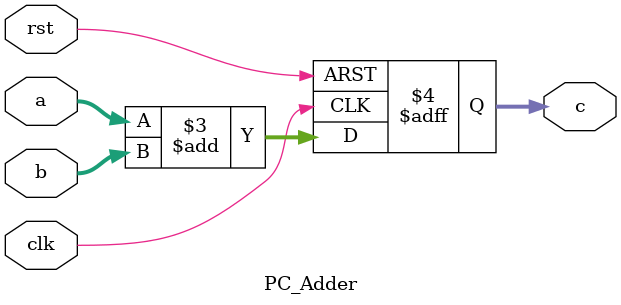
<source format=v>

module PC_Adder (
	input          clk,rst,
  input      [31:0]a,b,
  output reg [31:0]c
);

always @(posedge clk ,negedge rst)
begin
		if(!rst)
			c <= 32'h0000_0000;
		else
			c <= a + b;
end

endmodule

</source>
